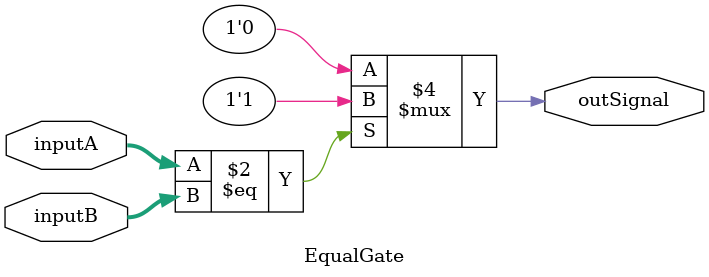
<source format=v>
`timescale 1ns / 1ps


module EqualGate (inputA, inputB, outSignal);
  
  input [31:0] inputA;
  input [31:0] inputB;
  output reg outSignal;



  always @(*)  begin
  if (inputA == inputB) outSignal <= 1;
  else outSignal <=0;

  end
endmodule

</source>
